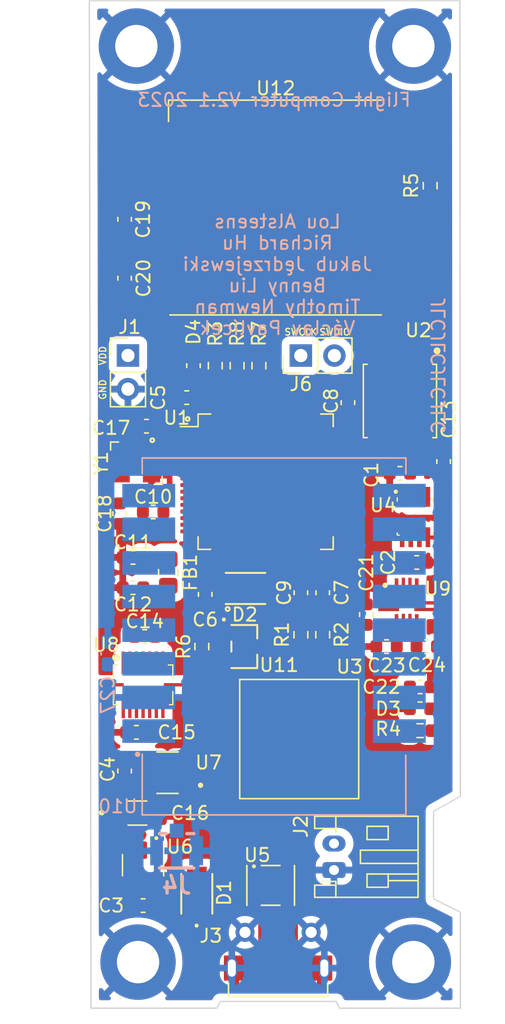
<source format=kicad_pcb>
(kicad_pcb (version 20211014) (generator pcbnew)
  (layers (0 "F.Cu" signal) (1 "In1.Cu" power) (2 "In2.Cu" power) (31 "B.Cu" signal) (34 "B.Paste" user) (35 "F.Paste" user) (36 "B.SilkS" user "B.Silkscreen") (37 "F.SilkS" user "F.Silkscreen") (38 "B.Mask" user) (39 "F.Mask" user) (44 "Edge.Cuts" user))
  (net 0 "")
  (net 10 "/MCU/QUADSPI_CLK")
  (net 11 "/MCU/QUADSPI_IO0")
  (net 12 "/MCU/SPI1_SCK")
  (net 13 "/MCU/SPI1_MISO")
  (net 14 "/MCU/SPI1_MOSI")
  (net 15 "/MCU/Radio_Enable")
  (net 16 "/MCU/SYS_JTCK_SWCLK")
  (net 23 "/MCU/QUADSPI_IO1")
  (net 27 "/MCU/QUADSPI_NCS")
  (net 30 "Net-(D2-Pad2)")
  (net 32 "/MCU/SCL")
  (net 33 "GND")
  (net 34 "+3.3V")
  (net 37 "+3.3VA")
  (net 38 "VBUS")
  (net 42 "/GPS/rx_gps")
  (net 43 "/GPS/tx_gps")
  (net 44 "/MCU/SYS_JTMS_SWDIO")
  (net 45 "/MCU/buzzer_gate")
  (net 46 "/MCU/SDA")
  (net 48 "/MCU/PWR_BVOLTS")
  (net 53 "/MCU/Radio_DIO1")
  (net 54 "/MCU/Radio_DIO0")
  (net 55 "/MCU/Radio_TX")
  (net 56 "/MCU/Radio_RX")
  (net 57 "/MCU/usb_d-")
  (net 58 "/MCU/usb_d+")
  (net 59 "/Power/D-")
  (net 60 "/Power/D+")
  (net 61 "/MCU/Radio_Reset")
  (net 66 "Net-(J4-Pad3)")
  (net 77 "/GPS/reset_gps")
  (net 82 "Net-(U1-Pad5)")
  (net 83 "Net-(U1-Pad6)")
  (net 84 "Net-(D3-Pad2)")
  (net 85 "Net-(D4-Pad2)")
  (net 86 "/MCU/Indicator_LED")
  (net 87 "Net-(U11-Pad2)")
  (net 88 "Net-(U1-Pad30)")
  (net 89 "Net-(D1-Pad1)")
  (net 90 "/Power/Battery+")
  (net 91 "Net-(U9-Pad4)")
  (footprint "MountingHole:MountingHole_3.2mm_M3_ISO7380_Pad_TopBottom" (layer "F.Cu") (at 46.482 90.5)
    (fp_text reference "H4" hide)
    (fp_text value "MountingHole_Pad")
    (pad "1" thru_hole circle locked (at 0 0) (size 3.6 3.6) (drill 3.2) (layers *.Cu *.Mask) (net 33 "GND"))
    (pad "1" connect circle locked (at 0 0) (size 5.7 5.7) (layers "B.Cu" "B.Mask") (net 33 "GND"))
    (pad "1" connect circle locked (at 0 0) (size 5.7 5.7) (layers "F.Cu" "F.Mask") (net 33 "GND"))
  )
  (footprint "Components:C_0603_1608Metric" (layer "F.Cu") (at 39.624 62.611 -90)
    (fp_text reference "C7" (at 0 -1.43 90) (layer "F.SilkS"))
    (fp_text value "100nF")
    (pad "1" smd roundrect (at -0.775 0 270) (size 0.9 0.95) (layers "F.Cu" "F.Paste" "F.Mask") (net 34 "+3.3V"))
    (pad "2" smd roundrect (at 0.775 0 270) (size 0.9 0.95) (layers "F.Cu" "F.Paste" "F.Mask") (net 33 "GND"))
  )
  (footprint "Components:C_0603_1608Metric" (layer "F.Cu") (at 29.845 45.466 -90)
    (fp_text reference "D4" (at -2.54 0 90) (layer "F.SilkS"))
    (fp_text value "LED_0603")
    (pad "1" smd roundrect (at -0.775 0 270) (size 0.9 0.95) (layers "F.Cu" "F.Paste" "F.Mask") (net 33 "GND"))
    (pad "2" smd roundrect (at 0.775 0 270) (size 0.9 0.95) (layers "F.Cu" "F.Paste" "F.Mask") (net 85 "Net-(D4-Pad2)"))
  )
  (footprint "Components:R_0603_1608Metric" (layer "F.Cu") (at 30.48 66.675 -90)
    (fp_text reference "R6" (at 0 1.397 90) (layer "F.SilkS"))
    (fp_text value "R_0603")
    (pad "1" smd roundrect (at -0.825 0 270) (size 0.8 0.95) (layers "F.Cu" "F.Paste" "F.Mask") (net 45 "/MCU/buzzer_gate"))
    (pad "2" smd roundrect (at 0.825 0 270) (size 0.8 0.95) (layers "F.Cu" "F.Paste" "F.Mask") (net 87 "Net-(U11-Pad2)"))
  )
  (footprint "Components:C_0603_1608Metric" (layer "F.Cu") (at 25.527 73.152 180)
    (fp_text reference "C15" (at -3.048 0) (layer "F.SilkS"))
    (fp_text value "100nF")
    (pad "1" smd roundrect (at -0.775 0 180) (size 0.9 0.95) (layers "F.Cu" "F.Paste" "F.Mask") (net 34 "+3.3V"))
    (pad "2" smd roundrect (at 0.775 0 180) (size 0.9 0.95) (layers "F.Cu" "F.Paste" "F.Mask") (net 33 "GND"))
  )
  (footprint "Components:PowerDI123" (layer "F.Cu") (at 33.782 62.288556 180)
    (fp_text reference "D2" (at -1.016 -1.973444) (layer "F.SilkS") (effects (justify right)))
    (fp_text value "DFLS130L" hide)
    (pad "1" smd rect (at 0.849999 0 180) (size 2.4 1.5) (layers "F.Cu" "F.Paste" "F.Mask") (net 34 "+3.3V"))
    (pad "2" smd rect (at -1.525 0 180) (size 1.05 1.5) (layers "F.Cu" "F.Paste" "F.Mask") (net 30 "Net-(D2-Pad2)"))
  )
  (footprint "Connector_PinHeader_2.54mm:PinHeader_1x02_P2.54mm_Vertical" (layer "F.Cu") (at 24.892 44.699)
    (fp_text reference "J1" (at 0.127 -2.154) (layer "F.SilkS"))
    (fp_text value "Conn_01x02_Male")
    (fp_text user "GND" (at -1.905 2.57 90 unlocked) (layer "F.SilkS") (effects (font (size 0.5 0.5) (thickness 0.1))))
    (fp_text user "VDD" (at -1.905 0.005 90 unlocked) (layer "F.SilkS") (effects (font (size 0.5 0.5) (thickness 0.1))))
    (pad "1" thru_hole rect (at 0 0) (size 1.7 1.7) (drill 1) (layers *.Cu *.Mask) (net 34 "+3.3V"))
    (pad "2" thru_hole oval (at 0 2.54) (size 1.7 1.7) (drill 1) (layers *.Cu *.Mask) (net 33 "GND"))
  )
  (footprint "Components:R_0603_1608Metric" (layer "F.Cu") (at 31.496 45.466 90)
    (fp_text reference "R3" (at 2.413 0 90) (layer "F.SilkS"))
    (fp_text value "R_0603")
    (pad "1" smd roundrect (at -0.825 0 90) (size 0.8 0.95) (layers "F.Cu" "F.Paste" "F.Mask") (net 86 "/MCU/Indicator_LED"))
    (pad "2" smd roundrect (at 0.825 0 90) (size 0.8 0.95) (layers "F.Cu" "F.Paste" "F.Mask") (net 85 "Net-(D4-Pad2)"))
  )
  (footprint "Components:C_0603_1608Metric" (layer "F.Cu") (at 46.99 69.723)
    (fp_text reference "C22" (at -2.921 0) (layer "F.SilkS"))
    (fp_text value "4.7uF")
    (pad "1" smd roundrect (at -0.775 0) (size 0.9 0.95) (layers "F.Cu" "F.Paste" "F.Mask") (net 34 "+3.3V"))
    (pad "2" smd roundrect (at 0.775 0) (size 0.9 0.95) (layers "F.Cu" "F.Paste" "F.Mask") (net 33 "GND"))
  )
  (footprint "Components:C_0603_1608Metric" (layer "F.Cu") (at 24.638 76.073 90)
    (fp_text reference "C4" (at 0.127 -1.27 90) (layer "F.SilkS"))
    (fp_text value "1uF")
    (pad "1" smd roundrect (at -0.775 0 90) (size 0.9 0.95) (layers "F.Cu" "F.Paste" "F.Mask") (net 34 "+3.3V"))
    (pad "2" smd roundrect (at 0.775 0 90) (size 0.9 0.95) (layers "F.Cu" "F.Paste" "F.Mask") (net 33 "GND"))
  )
  (footprint "Components:C_0603_1608Metric" (layer "F.Cu") (at 37.973 62.611 -90)
    (fp_text reference "C9" (at 0 1.27 90) (layer "F.SilkS"))
    (fp_text value "4.7uF")
    (pad "1" smd roundrect (at -0.775 0 270) (size 0.9 0.95) (layers "F.Cu" "F.Paste" "F.Mask") (net 88 "Net-(U1-Pad30)"))
    (pad "2" smd roundrect (at 0.775 0 270) (size 0.9 0.95) (layers "F.Cu" "F.Paste" "F.Mask") (net 33 "GND"))
  )
  (footprint "Components:JST_PH_S2B-PH-K_1x02_P2.00mm_Horizontal" (layer "F.Cu") (at 40.476 83.55 90)
    (fp_text reference "J2" (at 3.286 -2.503 90) (layer "F.SilkS"))
    (fp_text value "Conn_01x02")
    (pad "1" thru_hole roundrect (at 0 0 90) (size 1.2 1.75) (drill 0.75) (layers *.Cu *.Mask) (roundrect_rratio 0.2083333333) (net 33 "GND"))
    (pad "2" thru_hole oval (at 2 0 90) (size 1.2 1.75) (drill 0.75) (layers *.Cu *.Mask) (net 90 "/Power/Battery+"))
  )
  (footprint "Resistor_SMD:R_0805_2012Metric_Pad1.20x1.40mm_HandSolder" (layer "F.Cu") (at 27.94 61.087 -90)
    (fp_text reference "FB1" (at 0 -1.651 -90) (layer "F.SilkS"))
    (fp_text value "120R@100MHz")
    (pad "1" smd roundrect (at -1 0 270) (size 1.2 1.4) (layers "F.Cu" "F.Paste" "F.Mask") (roundrect_rratio 0.208333) (net 37 "+3.3VA"))
    (pad "2" smd roundrect (at 1 0 270) (size 1.2 1.4) (layers "F.Cu" "F.Paste" "F.Mask") (roundrect_rratio 0.208333) (net 34 "+3.3V"))
  )
  (footprint "Components:C_0603_1608Metric" (layer "F.Cu") (at 26.162 65.913)
    (fp_text reference "C14" (at 0 -1.143) (layer "F.SilkS"))
    (fp_text value "100nF")
    (pad "1" smd roundrect (at -0.775 0) (size 0.9 0.95) (layers "F.Cu" "F.Paste" "F.Mask") (net 37 "+3.3VA"))
    (pad "2" smd roundrect (at 0.775 0) (size 0.9 0.95) (layers "F.Cu" "F.Paste" "F.Mask") (net 33 "GND"))
  )
  (footprint "Components:C_0603_1608Metric" (layer "F.Cu") (at 25.273 59.944 180)
    (fp_text reference "C11" (at 0 1.143) (layer "F.SilkS"))
    (fp_text value "1uF")
    (pad "1" smd roundrect (at -0.775 0 180) (size 0.9 0.95) (layers "F.Cu" "F.Paste" "F.Mask") (net 37 "+3.3VA"))
    (pad "2" smd roundrect (at 0.775 0 180) (size 0.9 0.95) (layers "F.Cu" "F.Paste" "F.Mask") (net 33 "GND"))
  )
  (footprint "Components:MOLEX_105017-0001" (layer "F.Cu") (at 36.247 90.951)
    (fp_text reference "J3" (at -5.08 -2.435893 180) (layer "F.SilkS"))
    (fp_text value "105017-0001")
    (pad "1" smd rect (at -1.3 -2.675) (size 0.4 1.35) (layers "F.Cu" "F.Paste" "F.Mask") (net 38 "VBUS"))
    (pad "2" smd rect (at -0.65 -2.675) (size 0.4 1.35) (layers "F.Cu" "F.Paste" "F.Mask") (net 59 "/Power/D-"))
    (pad "3" smd rect (at 0 -2.675) (size 0.4 1.35) (layers "F.Cu" "F.Paste" "F.Mask") (net 60 "/Power/D+"))
    (pad "4" smd rect (at 0.65 -2.675) (size 0.4 1.35) (layers "F.Cu" "F.Paste" "F.Mask"))
    (pad "5" smd rect (at 1.3 -2.675) (size 0.4 1.35) (layers "F.Cu" "F.Paste" "F.Mask") (net 33 "GND"))
    (pad "P$1" thru_hole circle (at -2.5 -2.7) (size 1.45 1.45) (drill 0.85) (layers *.Cu *.Mask) (net 33 "GND"))
    (pad "P$2" thru_hole circle (at 2.5 -2.7) (size 1.45 1.45) (drill 0.85) (layers *.Cu *.Mask) (net 33 "GND"))
    (pad "P$8" smd rect (at -1 0) (size 1.5 1.9) (layers "F.Cu" "F.Paste" "F.Mask") (net 33 "GND"))
    (pad "P$9" smd rect (at 1 0) (size 1.5 1.9) (layers "F.Cu" "F.Paste" "F.Mask") (net 33 "GND"))
    (pad "P$10" smd rect (at -3.2 0) (size 1.8 1.9) (layers "F.Cu" "F.Paste" "F.Mask") (net 33 "GND"))
    (pad "P$11" smd rect (at 3.2 0) (size 1.8 1.9) (layers "F.Cu" "F.Paste" "F.Mask") (net 33 "GND"))
    (pad "P$12" thru_hole oval (at -3.5 0) (size 0.8 1.6) (drill oval 0.6 1.3) (layers *.Cu *.Mask) (net 33 "GND"))
    (pad "P$13" thru_hole oval (at 3.5 0) (size 0.8 1.6) (drill oval 0.6 1.3) (layers *.Cu *.Mask) (net 33 "GND"))
  )
  (footprint "Components:C_0603_1608Metric" (layer "F.Cu") (at 48.768 52.705 -90)
    (fp_text reference "C13" (at -3.175 -0.381 90) (layer "F.SilkS"))
    (fp_text value "100nF")
    (pad "1" smd roundrect (at -0.775 0 270) (size 0.9 0.95) (layers "F.Cu" "F.Paste" "F.Mask") (net 34 "+3.3V"))
    (pad "2" smd roundrect (at 0.775 0 270) (size 0.9 0.95) (layers "F.Cu" "F.Paste" "F.Mask") (net 33 "GND"))
  )
  (footprint "Components:C_0603_1608Metric" (layer "F.Cu") (at 30.734 62.738 -90)
    (fp_text reference "C6" (at 1.905 0 180) (layer "F.SilkS"))
    (fp_text value "100nF")
    (pad "1" smd roundrect (at -0.775 0 270) (size 0.9 0.95) (layers "F.Cu" "F.Paste" "F.Mask") (net 34 "+3.3V"))
    (pad "2" smd roundrect (at 0.775 0 270) (size 0.9 0.95) (layers "F.Cu" "F.Paste" "F.Mask") (net 33 "GND"))
  )
  (footprint "Components:C_0603_1608Metric" (layer "F.Cu") (at 24.257 56.642 -90)
    (fp_text reference "C18" (at 0 1.143 90) (layer "F.SilkS"))
    (fp_text value "15pF")
    (pad "1" smd roundrect (at -0.775 0 270) (size 0.9 0.95) (layers "F.Cu" "F.Paste" "F.Mask") (net 83 "Net-(U1-Pad6)"))
    (pad "2" smd roundrect (at 0.775 0 270) (size 0.9 0.95) (layers "F.Cu" "F.Paste" "F.Mask") (net 33 "GND"))
  )
  (footprint "Components:R_0603_1608Metric" (layer "F.Cu") (at 37.973 65.786 90)
    (fp_text reference "R1" (at 0 -1.43 90) (layer "F.SilkS"))
    (fp_text value "100k")
    (pad "1" smd roundrect (at -0.825 0 90) (size 0.8 0.95) (layers "F.Cu" "F.Paste" "F.Mask") (net 90 "/Power/Battery+"))
    (pad "2" smd roundrect (at 0.825 0 90) (size 0.8 0.95) (layers "F.Cu" "F.Paste" "F.Mask") (net 48 "/MCU/PWR_BVOLTS"))
  )
  (footprint "MountingHole:MountingHole_3.2mm_M3_ISO7380_Pad_TopBottom" (layer "F.Cu") (at 46.482 21.336)
    (fp_text reference "H2" hide)
    (fp_text value "MountingHole_Pad")
    (pad "1" connect circle (at 0 0) (size 5.7 5.7) (layers "B.Cu" "B.Mask") (net 33 "GND"))
    (pad "1" connect circle (at 0 0) (size 5.7 5.7) (layers "F.Cu" "F.Mask") (net 33 "GND"))
    (pad "1" thru_hole circle (at 0 0) (size 3.6 3.6) (drill 3.2) (layers *.Cu *.Mask) (net 33 "GND"))
  )
  (footprint "Components:BMI088" (layer "F.Cu") (at 26.035 69.5635)
    (fp_text reference "U8" (at -2.794 -3.0155 180) (layer "F.SilkS"))
    (fp_text value "BMI088" hide)
    (pad "1" smd rect (at -1.5 -1.665) (size 0.25 1.7) (layers "F.Cu" "F.Paste" "F.Mask"))
    (pad "2" smd rect (at -1 -1.665) (size 0.25 1.7) (layers "F.Cu" "F.Paste" "F.Mask"))
    (pad "3" smd rect (at -0.5 -1.665) (size 0.25 1.7) (layers "F.Cu" "F.Paste" "F.Mask") (net 37 "+3.3VA"))
    (pad "4" smd rect (at 0 -1.665) (size 0.25 1.7) (layers "F.Cu" "F.Paste" "F.Mask") (net 33 "GND"))
    (pad "5" smd rect (at 0.5 -1.665) (size 0.25 1.7) (layers "F.Cu" "F.Paste" "F.Mask"))
    (pad "6" smd rect (at 1 -1.665) (size 0.25 1.7) (layers "F.Cu" "F.Paste" "F.Mask") (net 33 "GND"))
    (pad "7" smd rect (at 1.5 -1.665) (size 0.25 1.7) (layers "F.Cu" "F.Paste" "F.Mask") (net 34 "+3.3V"))
    (pad "8" smd rect (at 2.415 0 90) (size 0.25 1.7) (layers "F.Cu" "F.Paste" "F.Mask") (net 32 "/MCU/SCL"))
    (pad "9" smd rect (at 1.5 1.665) (size 0.25 1.7) (layers "F.Cu" "F.Paste" "F.Mask") (net 46 "/MCU/SDA"))
    (pad "10" smd rect (at 1 1.665) (size 0.25 1.7) (layers "F.Cu" "F.Paste" "F.Mask") (net 33 "GND"))
    (pad "11" smd rect (at 0.5 1.665) (size 0.25 1.7) (layers "F.Cu" "F.Paste" "F.Mask") (net 34 "+3.3V"))
    (pad "12" smd rect (at 0 1.665) (size 0.25 1.7) (layers "F.Cu" "F.Paste" "F.Mask"))
    (pad "13" smd rect (at -0.5 1.665) (size 0.25 1.7) (layers "F.Cu" "F.Paste" "F.Mask"))
    (pad "14" smd rect (at -1 1.665) (size 0.25 1.7) (layers "F.Cu" "F.Paste" "F.Mask"))
    (pad "15" smd rect (at -1.5 1.665) (size 0.25 1.7) (layers "F.Cu" "F.Paste" "F.Mask") (net 33 "GND"))
    (pad "16" smd rect (at -2.315 0 90) (size 0.25 1.7) (layers "F.Cu" "F.Paste" "F.Mask"))
  )
  (footprint "Connector_PinHeader_2.54mm:PinHeader_1x02_P2.54mm_Vertical" (layer "F.Cu") (at 37.968 44.704 90)
    (fp_text reference "J6" (at -2.159 0.005 180) (layer "F.SilkS"))
    (fp_text value "Conn_01x02_Male")
    (fp_text user "SWCLK" (at 1.778 0 unlocked) (layer "F.SilkS") (effects (font (size 0.5 0.5) (thickness 0.1))))
    (fp_text user "SWDIO" (at 1.778 2.57 unlocked) (layer "F.SilkS") (effects (font (size 0.5 0.5) (thickness 0.1))))
    (pad "1" thru_hole rect (at 0 0 90) (size 1.7 1.7) (drill 1) (layers *.Cu *.Mask) (net 16 "/MCU/SYS_JTCK_SWCLK"))
    (pad "2" thru_hole oval (at 0 2.54 90) (size 1.7 1.7) (drill 1) (layers *.Cu *.Mask) (net 44 "/MCU/SYS_JTMS_SWDIO"))
  )
  (footprint "Components:XDCR_LIS3MDLTR" (layer "F.Cu") (at 45.974 63.627)
    (fp_text reference "U9" (at 2.36533 -1.320503) (layer "F.SilkS"))
    (fp_text value "LIS3MDLTR")
    (pad "1" smd rect (at -0.7625 -1.35) (size 0.275 1.5) (layers "F.Cu" "F.Paste") (net 32 "/MCU/SCL"))
    (pad "2" smd rect (at -1.3625 -0.25) (size 1.575 0.25) (layers "F.Cu" "F.Paste") (net 33 "GND"))
    (pad "3" smd rect (at -1.3625 0.25) (size 1.575 0.25) (layers "F.Cu" "F.Paste") (net 33 "GND"))
    (pad "4" smd rect (at -0.7625 1.35) (size 0.275 1.5) (layers "F.Cu" "F.Paste") (net 91 "Net-(U9-Pad4)"))
    (pad "5" smd rect (at -0.25 1.3625 90) (size 1.575 0.25) (layers "F.Cu" "F.Paste") (net 37 "+3.3VA"))
    (pad "6" smd rect (at 0.25 1.3625 90) (size 1.575 0.25) (layers "F.Cu" "F.Paste") (net 34 "+3.3V"))
    (pad "7" smd rect (at 0.7625 1.35 180) (size 0.275 1.5) (layers "F.Cu" "F.Paste"))
    (pad "8" smd rect (at 1.3625 0.25 180) (size 1.575 0.25) (layers "F.Cu" "F.Paste"))
    (pad "9" smd rect (at 1.3625 -0.25 180) (size 1.575 0.25) (layers "F.Cu" "F.Paste") (net 33 "GND"))
    (pad "10" smd rect (at 0.7625 -1.35 180) (size 0.275 1.5) (layers "F.Cu" "F.Paste") (net 34 "+3.3V"))
    (pad "11" smd rect (at 0.25 -1.3625 270) (size 1.575 0.25) (layers "F.Cu" "F.Paste") (net 46 "/MCU/SDA"))
    (pad "12" smd rect (at -0.25 -1.3625 270) (size 1.575 0.25) (layers "F.Cu" "F.Paste") (net 33 "GND"))
  )
  (footprint "Components:R_0603_1608Metric" (layer "F.Cu") (at 34.798 45.466 90)
    (fp_text reference "R7" (at 2.413 0 90) (layer "F.SilkS"))
    (fp_text value "R_0603")
    (pad "1" smd roundrect (at -0.825 0 90) (size 0.8 0.95) (layers "F.Cu" "F.Paste" "F.Mask") (net 46 "/MCU/SDA"))
    (pad "2" smd roundrect (at 0.825 0 90) (size 0.8 0.95) (layers "F.Cu" "F.Paste" "F.Mask") (net 34 "+3.3V"))
  )
  (footprint "Components:2SCR512RHZG" (layer "F.Cu") (at 33.6931 66.675 -90)
    (fp_text reference "U11" (at 1.397 -2.6289 unlocked) (layer "F.SilkS"))
    (fp_text value "2SCR512R_HZG")
    (pad "1" smd rect (at -1.000001 1.1938 270) (size 0.568 1.309599) (layers "F.Cu" "F.Paste" "F.Mask") (net 33 "GND"))
    (pad "2" smd rect (at 1.000001 1.1938 270) (size 0.568 1.309599) (layers "F.Cu" "F.Paste" "F.Mask") (net 87 "Net-(U11-Pad2)"))
    (pad "3" smd rect (at 0 -1.1938 270) (size 0.568 1.309599) (layers "F.Cu" "F.Paste" "F.Mask") (net 30 "Net-(D2-Pad2)"))
  )
  (footprint "Components:SOT95P280X145-5N" (layer "F.Cu") (at 27.884 76.2 180)
    (fp_text reference "U7" (at -3.104 0.762) (layer "F.SilkS"))
    (fp_text value "NCP161ASN330T1G")
    (pad "1" smd roundrect (at -1.145 -0.95 180) (size 1.32 0.59) (layers "F.Cu" "F.Paste" "F.Mask") (roundrect_rratio 0.07) (net 89 "Net-(D1-Pad1)"))
    (pad "2" smd roundrect (at -1.145 0 180) (size 1.32 0.59) (layers "F.Cu" "F.Paste" "F.Mask") (roundrect_rratio 0.07) (net 33 "GND"))
    (pad "3" smd roundrect (at -1.145 0.95 180) (size 1.32 0.59) (layers "F.Cu" "F.Paste" "F.Mask") (roundrect_rratio 0.07) (net 89 "Net-(D1-Pad1)"))
    (pad "4" smd roundrect (at 1.145 0.95 180) (size 1.32 0.59) (layers "F.Cu" "F.Paste" "F.Mask") (roundrect_rratio 0.07))
    (pad "5" smd roundrect (at 1.145 -0.95 180) (size 1.32 0.59) (layers "F.Cu" "F.Paste" "F.Mask") (roundrect_rratio 0.07) (net 34 "+3.3V"))
  )
  (footprint "Components:Quectel_L80-R" (layer "F.Cu") (at 36.068 33.528)
    (fp_text reference "U12" (at 0 -9 -180) (layer "F.SilkS"))
    (fp_text value "L80-R")
    (pad "1" smd rect (at -7.75 -5.85 180) (size 2.5 1) (layers "F.Cu" "F.Paste" "F.Mask") (net 42 "/GPS/rx_gps"))
    (pad "2" smd rect (at -7.75 -3.31 180) (size 2.5 1) (layers "F.Cu" "F.Paste" "F.Mask") (net 43 "/GPS/tx_gps"))
    (pad "3" smd rect (at -7.75 -0.77 180) (size 2.5 1) (layers "F.Cu" "F.Paste" "F.Mask") (net 33 "GND"))
    (pad "4" smd rect (at -7.75 1.77 180) (size 2.5 1) (layers "F.Cu" "F.Paste" "F.Mask") (net 34 "+3.3V"))
    (pad "5" smd rect (at -7.75 4.31 180) (size 2.5 1) (layers "F.Cu" "F.Paste" "F.Mask") (net 34 "+3.3V"))
    (pad "6" smd rect (at -7.75 6.85 180) (size 2.5 1) (layers "F.Cu" "F.Paste" "F.Mask"))
    (pad "7" smd rect (at 7.75 6.85 180) (size 2.5 1) (layers "F.Cu" "F.Paste" "F.Mask") (net 33 "GND"))
    (pad "8" smd rect (at 7.75 4.31 180) (size 2.5 1) (layers "F.Cu" "F.Paste" "F.Mask"))
    (pad "9" smd rect (at 7.75 1.77 180) (size 2.5 1) (layers "F.Cu" "F.Paste" "F.Mask"))
    (pad "10" smd rect (at 7.75 -0.77 180) (size 2.5 1) (layers "F.Cu" "F.Paste" "F.Mask") (net 77 "/GPS/reset_gps"))
    (pad "11" smd rect (at 7.75 -3.31 180) (size 2.5 1) (layers "F.Cu" "F.Paste" "F.Mask"))
    (pad "12" smd rect (at 7.75 -5.85 180) (size 2.5 1) (layers "F.Cu" "F.Paste" "F.Mask") (net 33 "GND"))
    (zone (net 0) (net_name "") (layer "F.Cu") (connect_pads (clearance 0)) (min_thickness 0.254)
      (keepout (tracks not_allowed) (vias not_allowed) (pads not_allowed) (copperpour not_allowed) (footprints not_allowed))
      (fill (thermal_gap 0.508) (thermal_bridge_width 0.508))
      (polygon (pts (xy 36.722775 32.898) (xy 36.703712 32.680111) (xy 36.647103 32.468842) (xy 36.554667 32.270613) (xy 36.429213 32.091446) (xy 36.274554 31.936787) (xy 36.095388 31.811333) (xy 35.897158 31.718897) (xy 35.685889 31.662288) (xy 35.468 31.643225) (xy 35.250111 31.662288) (xy 35.038842 31.718897) (xy 34.840613 31.811333) (xy 34.661446 31.936787) (xy 34.506787 32.091446) (xy 34.381333 32.270613) (xy 34.288897 32.468842) (xy 34.232288 32.680111) (xy 34.213225 32.898) (xy 34.232288 33.115889) (xy 34.288897 33.327158) (xy 34.381333 33.525387) (xy 34.506787 33.704554) (xy 34.661446 33.859213) (xy 34.840612 33.984667) (xy 35.038842 34.077103) (xy 35.250111 34.133712) (xy 35.468 34.152775) (xy 35.685889 34.133712) (xy 35.897158 34.077103) (xy 36.095388 33.984667) (xy 36.274554 33.859213) (xy 36.429213 33.704554) (xy 36.554667 33.525387) (xy 36.647103 33.327158) (xy 36.703712 33.115889)))
    )
  )
  (footprint "Components:C_0603_1608Metric" (layer "F.Cu") (at 45.466 53.594 180)
    (fp_text reference "C1" (at 2.159 -0.127 90) (layer "F.SilkS"))
    (fp_text value "100nF")
    (pad "1" smd roundrect (at -0.775 0 180) (size 0.9 0.95) (layers "F.Cu" "F.Paste" "F.Mask") (net 34 "+3.3V"))
    (pad "2" smd roundrect (at 0.775 0 180) (size 0.9 0.95) (layers "F.Cu" "F.Paste" "F.Mask") (net 33 "GND"))
  )
  (footprint "Components:ECS-80-8-33Q-ADS-TR3 Crystal" (layer "F.Cu") (at 25.527 52.832 180)
    (fp_text reference "Y1" (at 2.667 0 90 unlocked) (layer "F.SilkS"))
    (fp_text value "ECS-80-8-33Q-ADS-TR3")
    (pad "1" smd rect (at -1.15 0.9 180) (size 1.3 1.1) (layers "F.Cu" "F.Paste" "F.Mask") (net 82 "Net-(U1-Pad5)"))
    (pad "2" smd rect (at 1.15 0.9 180) (size 1.3 1.1) (layers "F.Cu" "F.Paste" "F.Mask") (net 33 "GND"))
    (pad "3" smd rect (at 1.15 -0.9 180) (size 1.3 1.1) (layers "F.Cu" "F.Paste" "F.Mask") (net 83 "Net-(U1-Pad6)"))
    (pad "4" smd rect (at -1.15 -0.9 180) (size 1.3 1.1) (layers "F.Cu" "F.Paste" "F.Mask") (net 33 "GND"))
  )
  (footprint "Components:C_0603_1608Metric" (layer "F.Cu") (at 46.736 60.325)
    (fp_text reference "C2" (at -2.159 0 90) (layer "F.SilkS"))
    (fp_text value "100nF")
    (pad "1" smd roundrect (at -0.775 0) (size 0.9 0.95) (layers "F.Cu" "F.Paste" "F.Mask") (net 37 "+3.3VA"))
    (pad "2" smd roundrect (at 0.775 0) (size 0.9 0.95) (layers "F.Cu" "F.Paste" "F.Mask") (net 33 "GND"))
  )
  (footprint "Components:SDR08540M3-01 Buzzer" (layer "F.Cu") (at 37.846 73.66)
    (fp_text reference "U3" (at 3.81 -5.461 unlocked) (layer "F.SilkS"))
    (fp_text value "SDR08540M3-01")
    (pad "1" smd custom (at 3.19 -3.19 315) (size 0.1 0.1) (layers "F.Cu" "F.Paste" "F.Mask") (net 34 "+3.3V") (options (clearance outline) (anchor rect)) (primitives (gr_poly (pts (xy -1.26 1.18) (xy 1.26 1.18) (xy 1.26 0) (xy 0 -1.26) (xy -1.26 0)) (width 0.2) (fill yes))))
    (pad "2" smd custom (at -3.19 -3.19 45) (size 0.1 0.1) (layers "F.Cu" "F.Paste" "F.Mask") (net 30 "Net-(D2-Pad2)") (options (clearance outline) (anchor rect)) (primitives (gr_poly (pts (xy -1.26 1.18) (xy 1.26 1.18) (xy 1.26 0) (xy 0 -1.26) (xy -1.26 0)) (width 0.2) (fill yes))))
    (pad "3" smd custom (at -3.19 3.19 135) (size 0.1 0.1) (layers "F.Cu" "F.Paste" "F.Mask") (net 30 "Net-(D2-Pad2)") (options (clearance outline) (anchor rect)) (primitives (gr_poly (pts (xy -1.26 1.18) (xy 1.26 1.18) (xy 1.26 0) (xy 0 -1.26) (xy -1.26 0)) (width 0.2) (fill yes))))
    (pad "4" smd custom (at 3.19 3.19 225) (size 0.1 0.1) (layers "F.Cu" "F.Paste" "F.Mask") (net 30 "Net-(D2-Pad2)") (options (clearance outline) (anchor rect)) (primitives (gr_poly (pts (xy -1.26 1.18) (xy 1.26 1.18) (xy 1.26 0) (xy 0 -1.26) (xy -1.26 0)) (width 0.2) (fill yes))))
  )
  (footprint "Components:STF202-22T1G" (layer "F.Cu") (at 35.687 84.709 -90)
    (fp_text reference "U5" (at -2.286 1.016 180) (layer "F.SilkS"))
    (fp_text value "STF202-22T1G" hide)
    (pad "1" smd rect (at -0.95 1.125) (size 0.95 0.6) (layers "F.Cu" "F.Paste" "F.Mask") (net 38 "VBUS"))
    (pad "2" smd rect (at 0 1.125) (size 0.95 0.6) (layers "F.Cu" "F.Paste" "F.Mask") (net 57 "/MCU/usb_d-"))
    (pad "3" smd rect (at 0.95 1.125) (size 0.95 0.6) (layers "F.Cu" "F.Paste" "F.Mask") (net 58 "/MCU/usb_d+"))
    (pad "4" smd rect (at 0.95 -1.125) (size 0.95 0.6) (layers "F.Cu" "F.Paste" "F.Mask") (net 60 "/Power/D+"))
    (pad "5" smd rect (at 0 -1.125) (size 0.95 0.6) (layers "F.Cu" "F.Paste" "F.Mask") (net 59 "/Power/D-"))
    (pad "6" smd rect (at -0.95 -1.125) (size 0.95 0.6) (layers "F.Cu" "F.Paste" "F.Mask") (net 33 "GND"))
  )
  (footprint "Components:C_0603_1608Metric" (layer "F.Cu") (at 46.99 71.374)
    (fp_text reference "D3" (at -2.413 0) (layer "F.SilkS"))
    (fp_text value "LED_0603")
    (pad "1" smd roundrect (at -0.775 0) (size 0.9 0.95) (layers "F.Cu" "F.Paste" "F.Mask") (net 33 "GND"))
    (pad "2" smd roundrect (at 0.775 0) (size 0.9 0.95) (layers "F.Cu" "F.Paste" "F.Mask") (net 84 "Net-(D3-Pad2)"))
  )
  (footprint "Components:C_0603_1608Metric" (layer "F.Cu") (at 47.498 66.675)
    (fp_text reference "C24" (at 0 1.397) (layer "F.SilkS"))
    (fp_text value "100nF")
    (pad "1" smd roundrect (at -0.775 0) (size 0.9 0.95) (layers "F.Cu" "F.Paste" "F.Mask") (net 34 "+3.3V"))
    (pad "2" smd roundrect (at 0.775 0) (size 0.9 0.95) (layers "F.Cu" "F.Paste" "F.Mask") (net 33 "GND"))
  )
  (footprint "Components:R_0603_1608Metric" (layer "F.Cu") (at 46.99 73.025)
    (fp_text reference "R4" (at -2.413 -0.127) (layer "F.SilkS"))
    (fp_text value "R_0603")
    (pad "1" smd roundrect (at -0.825 0) (size 0.8 0.95) (layers "F.Cu" "F.Paste" "F.Mask") (net 84 "Net-(D3-Pad2)"))
    (pad "2" smd roundrect (at 0.825 0) (size 0.8 0.95) (layers "F.Cu" "F.Paste" "F.Mask") (net 34 "+3.3V"))
  )
  (footprint "Components:C_0603_1608Metric" (layer "F.Cu") (at 42.926 64.262 90)
    (fp_text reference "C21" (at 3.175 0 90) (layer "F.SilkS"))
    (fp_text value "100nF")
    (pad "1" smd roundrect (at -0.775 0 90) (size 0.9 0.95) (layers "F.Cu" "F.Paste" "F.Mask") (net 91 "Net-(U9-Pad4)"))
    (pad "2" smd roundrect (at 0.775 0 90) (size 0.9 0.95) (layers "F.Cu" "F.Paste" "F.Mask") (net 33 "GND"))
  )
  (footprint "Components:C_0603_1608Metric" (layer "F.Cu") (at 25.273 62.23 180)
    (fp_text reference "C12" (at 0 -1.27) (layer "F.SilkS"))
    (fp_text value "1uF")
    (pad "1" smd roundrect (at -0.775 0 180) (size 0.9 0.95) (layers "F.Cu" "F.Paste" "F.Mask") (net 34 "+3.3V"))
    (pad "2" smd roundrect (at 0.775 0 180) (size 0.9 0.95) (layers "F.Cu" "F.Paste" "F.Mask") (net 33 "GND"))
  )
  (footprint "Components:C_0603_1608Metric" (layer "F.Cu") (at 44.45 66.675 180)
    (fp_text reference "C23" (at 0 -1.43) (layer "F.SilkS"))
    (fp_text value "100nF")
    (pad "1" smd roundrect (at -0.775 0 180) (size 0.9 0.95) (layers "F.Cu" "F.Paste" "F.Mask") (net 37 "+3.3VA"))
    (pad "2" smd roundrect (at 0.775 0 180) (size 0.9 0.95) (layers "F.Cu" "F.Paste" "F.Mask") (net 33 "GND"))
  )
  (footprint "Components:C_0603_1608Metric" (layer "F.Cu") (at 24.638 34.417 90)
    (fp_text reference "C19" (at 0 1.397 90) (layer "F.SilkS"))
    (fp_text value "100nF")
    (pad "1" smd roundrect (at -0.775 0 90) (size 0.9 0.95) (layers "F.Cu" "F.Paste" "F.Mask") (net 34 "+3.3V"))
    (pad "2" smd roundrect (at 0.775 0 90) (size 0.9 0.95) (layers "F.Cu" "F.Paste" "F.Mask") (net 33 "GND"))
  )
  (footprint "Components:C_0603_1608Metric" (layer "F.Cu") (at 26.797 56.515 180)
    (fp_text reference "C10" (at 0 1.143) (layer "F.SilkS"))
    (fp_text value "100nF")
    (pad "1" smd roundrect (at -0.775 0 180) (size 0.9 0.95) (layers "F.Cu" "F.Paste" "F.Mask") (net 37 "+3.3VA"))
    (pad "2" smd roundrect (at 0.775 0 180) (size 0.9 0.95) (layers "F.Cu" "F.Paste" "F.Mask") (net 33 "GND"))
  )
  (footprint "Components:PowerDI123" (layer "F.Cu") (at 30.099 85.344 -90)
    (fp_text reference "D1" (at -1.143 -2.065 90) (layer "F.SilkS") (effects (justify right)))
    (fp_text value "DFLS130L" hide)
    (pad "1" smd rect (at 0.849999 0 270) (size 2.4 1.5) (layers "F.Cu" "F.Paste" "F.Mask") (net 89 "Net-(D1-Pad1)"))
    (pad "2" smd rect (at -1.525 0 270) (size 1.05 1.5) (layers "F.Cu" "F.Paste" "F.Mask") (net 38 "VBUS"))
  )
  (footprint "MountingHole:MountingHole_3.2mm_M3_ISO7380_Pad_TopBottom" (layer "F.Cu") (at 25.527 21.336)
    (fp_text reference "H3" hide)
    (fp_text value "MountingHole_Pad")
    (pad "1" connect circle (at 0 0) (size 5.7 5.7) (layers "F.Cu" "F.Mask") (net 33 "GND"))
    (pad "1" thru_hole circle (at 0 0) (size 3.6 3.6) (drill 3.2) (layers *.Cu *.Mask) (net 33 "GND"))
    (pad "1" connect circle (at 0 0) (size 5.7 5.7) (layers "B.Cu" "B.Mask") (net 33 "GND"))
  )
  (footprint "Package_LGA:Bosch_LGA-8_2.5x2.5mm_P0.65mm_ClockwisePinNumbering" (layer "F.Cu") (at 46.609 56.896)
    (fp_text reference "U4" (at -2.413 -0.889 180) (layer "F.SilkS"))
    (fp_text value "BME280")
    (pad "1" smd rect (at -0.975 -1.525 90) (size 1.5 0.35) (layers "F.Cu" "F.Paste" "F.Mask") (net 33 "GND"))
    (pad "2" smd rect (at -0.325 -1.525 90) (size 1.5 0.35) (layers "F.Cu" "F.Paste" "F.Mask") (net 34 "+3.3V"))
    (pad "3" smd rect (at 0.325 -1.525 90) (size 1.5 0.35) (layers "F.Cu" "F.Paste" "F.Mask") (net 46 "/MCU/SDA"))
    (pad "4" smd rect (at 0.975 -1.525 90) (size 1.5 0.35) (layers "F.Cu" "F.Paste" "F.Mask") (net 32 "/MCU/SCL"))
    (pad "5" smd rect (at 0.975 1.525 90) (size 1.5 0.35) (layers "F.Cu" "F.Paste" "F.Mask") (net 33 "GND"))
    (pad "6" smd rect (at 0.325 1.525 90) (size 1.5 0.35) (layers "F.Cu" "F.Paste" "F.Mask"))
    (pad "7" smd rect (at -0.325 1.525 90) (size 1.5 0.35) (layers "F.Cu" "F.Paste" "F.Mask") (net 33 "GND"))
    (pad "8" smd rect (at -0.975 1.525 90) (size 1.5 0.35) (layers "F.Cu" "F.Paste" "F.Mask") (net 37 "+3.3VA"))
  )
  (footprint "Capacitor_SMD:C_1206_3216Metric_Pad1.33x1.80mm_HandSolder" (layer "F.Cu") (at 25.60643 79.248)
    (fp_text reference "C16" (at 3.98457 0) (layer "F.SilkS"))
    (fp_text value "4.7uF")
    (pad "1" smd roundrect (at -1.5625 0) (size 1.325 1.8) (layers "F.Cu" "F.Paste" "F.Mask") (roundrect_rratio 0.188679) (net 34 "+3.3V"))
    (pad "2" smd roundrect (at 1.5625 0) (size 1.325 1.8) (layers "F.Cu" "F.Paste" "F.Mask") (roundrect_rratio 0.188679) (net 33 "GND"))
  )
  (footprint "Components:C_0603_1608Metric" (layer "F.Cu") (at 24.638 38.862 -90)
    (fp_text reference "C20" (at 0 -1.43 90) (layer "F.SilkS"))
    (fp_text value "100nF")
    (pad "1" smd roundrect (at -0.775 0 270) (size 0.9 0.95) (layers "F.Cu" "F.Paste" "F.Mask") (net 34 "+3.3V"))
    (pad "2" smd roundrect (at 0.775 0 270) (size 0.9 0.95) (layers "F.Cu" "F.Paste" "F.Mask") (net 33 "GND"))
  )
  (footprint "Components:C_0603_1608Metric" (layer "F.Cu") (at 41.529 48.26 90)
    (fp_text reference "C8" (at 0.127 -1.27 90) (layer "F.SilkS"))
    (fp_text value "100nF")
    (pad "1" smd roundrect (at -0.775 0 90) (size 0.9 0.95) (layers "F.Cu" "F.Paste" "F.Mask") (net 34 "+3.3V"))
    (pad "2" smd roundrect (at 0.775 0 90) (size 0.9 0.95) (layers "F.Cu" "F.Paste" "F.Mask") (net 33 "GND"))
  )
  (footprint "MountingHole:MountingHole_3.2mm_M3_ISO7380_Pad_TopBottom" (layer "F.Cu") (at 25.654 90.5)
    (fp_text reference "H1" hide)
    (fp_text value "MountingHole_Pad")
    (pad "1" thru_hole circle (at 0 0) (size 3.6 3.6) (drill 3.2) (layers *.Cu *.Mask) (net 33 "GND"))
    (pad "1" connect circle (at 0 0) (size 5.7 5.7) (layers "F.Cu" "F.Mask") (net 33 "GND"))
    (pad "1" connect circle (at 0 0) (size 5.7 5.7) (layers "B.Cu" "B.Mask") (net 33 "GND"))
  )
  (footprint "Components:R_0603_1608Metric" (layer "F.Cu") (at 47.752 31.877 90)
    (fp_text reference "R5" (at 0 -1.43 90) (layer "F.SilkS"))
    (fp_text value "4.7k")
    (pad "1" smd roundrect (at -0.825 0 90) (size 0.8 0.95) (layers "F.Cu" "F.Paste" "F.Mask") (net 77 "/GPS/reset_gps"))
    (pad "2" smd roundrect (at 0.825 0 90) (size 0.8 0.95) (layers "F.Cu" "F.Paste" "F.Mask") (net 34 "+3.3V"))
  )
  (footprint "Package_TO_SOT_SMD:SOT-23-5" (layer "F.Cu") (at 26.035 83.185 -90)
    (fp_text reference "U6" (at -1.397 -2.794 -180) (layer "F.SilkS"))
    (fp_text value "MAX40203_SOT23" hide)
    (pad "1" smd roundrect (at -1.1375 -0.95 270) (size 1.325 0.6) (layers "F.Cu" "F.Paste" "F.Mask") (net 90 "/Power/Battery+"))
    (pad "2" smd roundrect (at -1.1375 0 270) (size 1.325 0.6) (layers "F.Cu" "F.Paste" "F.Mask") (net 33 "GND"))
    (pad "3" smd roundrect (at -1.1375 0.95 270) (size 1.325 0.6) (layers "F.Cu" "F.Paste" "F.Mask") (net 90 "/Power/Battery+"))
    (pad "4" smd roundrect (at 1.1375 0.95 270) (size 1.325 0.6) (layers "F.Cu" "F.Paste" "F.Mask"))
    (pad "5" smd roundrect (at 1.1375 -0.95 270) (size 1.325 0.6) (layers "F.Cu" "F.Paste" "F.Mask") (net 89 "Net-(D1-Pad1)"))
  )
  (footprint "Components:C_0603_1608Metric" (layer "F.Cu") (at 26.035 86.233 180)
    (fp_text reference "C3" (at 2.413 0) (layer "F.SilkS"))
    (fp_text value "1uF")
    (pad "1" smd roundrect (at -0.775 0 180) (size 0.9 0.95) (layers "F.Cu" "F.Paste" "F.Mask") (net 89 "Net-(D1-Pad1)"))
    (pad "2" smd roundrect (at 0.775 0 180) (size 0.9 0.95) (layers "F.Cu" "F.Paste" "F.Mask") (net 33 "GND"))
  )
  (footprint "Components:LQFP-64_10x10mm_P0.5mm" (layer "F.Cu") (at 35.306 54.229)
    (fp_text reference "U1" (at -6.731 -4.826) (layer "F.SilkS"))
    (fp_text value "STM32F446RETx")
    (pad "1" smd roundrect (at -5.675 -3.75) (size 1.55 0.3) (layers "F.Cu" "F.Paste" "F.Mask"))
    (pad "2" smd roundrect (at -5.675 -3.25) (size 1.55 0.3) (layers "F.Cu" "F.Paste" "F.Mask"))
    (pad "3" smd roundrect (at -5.675 -2.75) (size 1.55 0.3) (layers "F.Cu" "F.Paste" "F.Mask"))
    (pad "4" smd roundrect (at -5.675 -2.25) (size 1.55 0.3) (layers "F.Cu" "F.Paste" "F.Mask"))
    (pad "5" smd roundrect (at -5.675 -1.75) (size 1.55 0.3) (layers "F.Cu" "F.Paste" "F.Mask") (net 82 "Net-(U1-Pad5)"))
    (pad "6" smd roundrect (at -5.675 -1.25) (size 1.55 0.3) (layers "F.Cu" "F.Paste" "F.Mask") (net 83 "Net-(U1-Pad6)"))
    (pad "7" smd roundrect (at -5.675 -0.75) (size 1.55 0.3) (layers "F.Cu" "F.Paste" "F.Mask"))
    (pad "8" smd roundrect (at -5.675 -0.25) (size 1.55 0.3) (layers "F.Cu" "F.Paste" "F.Mask"))
    (pad "9" smd roundrect (at -5.675 0.25) (size 1.55 0.3) (layers "F.Cu" "F.Paste" "F.Mask"))
    (pad "10" smd roundrect (at -5.675 0.75) (size 1.55 0.3) (layers "F.Cu" "F.Paste" "F.Mask"))
    (pad "11" smd roundrect (at -5.675 1.25) (size 1.55 0.3) (layers "F.Cu" "F.Paste" "F.Mask"))
    (pad "12" smd roundrect (at -5.675 1.75) (size 1.55 0.3) (layers "F.Cu" "F.Paste" "F.Mask") (net 33 "GND"))
    (pad "13" smd roundrect (at -5.675 2.25) (size 1.55 0.3) (layers "F.Cu" "F.Paste" "F.Mask") (net 37 "+3.3VA"))
    (pad "14" smd roundrect (at -5.675 2.75) (size 1.55 0.3) (layers "F.Cu" "F.Paste" "F.Mask") (net 53 "/MCU/Radio_DIO1"))
    (pad "15" smd roundrect (at -5.675 3.25) (size 1.55 0.3) (layers "F.Cu" "F.Paste" "F.Mask") (net 54 "/MCU/Radio_DIO0"))
    (pad "16" smd roundrect (at -5.675 3.75) (size 1.55 0.3) (layers "F.Cu" "F.Paste" "F.Mask") (net 56 "/MCU/Radio_RX"))
    (pad "17" smd roundrect (at -3.75 5.675) (size 0.3 1.55) (layers "F.Cu" "F.Paste" "F.Mask") (net 45 "/MCU/buzzer_gate"))
    (pad "18" smd roundrect (at -3.25 5.675) (size 0.3 1.55) (layers "F.Cu" "F.Paste" "F.Mask") (net 33 "GND"))
    (pad "19" smd roundrect (at -2.75 5.675) (size 0.3 1.55) (layers "F.Cu" "F.Paste" "F.Mask") (net 34 "+3.3V"))
    (pad "20" smd roundrect (at -2.25 5.675) (size 0.3 1.55) (layers "F.Cu" "F.Paste" "F.Mask") (net 55 "/MCU/Radio_TX"))
    (pad "21" smd roundrect (at -1.75 5.675) (size 0.3 1.55) (layers "F.Cu" "F.Paste" "F.Mask") (net 12 "/MCU/SPI1_SCK"))
    (pad "22" smd roundrect (at -1.25 5.675) (size 0.3 1.55) (layers "F.Cu" "F.Paste" "F.Mask") (net 13 "/MCU/SPI1_MISO"))
    (pad "23" smd roundrect (at -0.75 5.675) (size 0.3 1.55) (layers "F.Cu" "F.Paste" "F.Mask") (net 14 "/MCU/SPI1_MOSI"))
    (pad "24" smd roundrect (at -0.25 5.675) (size 0.3 1.55) (layers "F.Cu" "F.Paste" "F.Mask") (net 48 "/MCU/PWR_BVOLTS"))
    (pad "25" smd roundrect (at 0.25 5.675) (size 0.3 1.55) (layers "F.Cu" "F.Paste" "F.Mask") (net 15 "/MCU/Radio_Enable"))
    (pad "26" smd roundrect (at 0.75 5.675) (size 0.3 1.55) (layers "F.Cu" "F.Paste" "F.Mask"))
    (pad "27" smd roundrect (at 1.25 5.675) (size 0.3 1.55) (layers "F.Cu" "F.Paste" "F.Mask"))
    (pad "28" smd roundrect (at 1.75 5.675) (size 0.3 1.55) (layers "F.Cu" "F.Paste" "F.Mask") (net 10 "/MCU/QUADSPI_CLK"))
    (pad "29" smd roundrect (at 2.25 5.675) (size 0.3 1.55) (layers "F.Cu" "F.Paste" "F.Mask"))
    (pad "30" smd roundrect (at 2.75 5.675) (size 0.3 1.55) (layers "F.Cu" "F.Paste" "F.Mask") (net 88 "Net-(U1-Pad30)"))
    (pad "31" smd roundrect (at 3.25 5.675) (size 0.3 1.55) (layers "F.Cu" "F.Paste" "F.Mask") (net 33 "GND"))
    (pad "32" smd roundrect (at 3.75 5.675) (size 0.3 1.55) (layers "F.Cu" "F.Paste" "F.Mask") (net 34 "+3.3V"))
    (pad "33" smd roundrect (at 5.675 3.75) (size 1.55 0.3) (layers "F.Cu" "F.Paste" "F.Mask") (net 61 "/MCU/Radio_Reset"))
    (pad "34" smd roundrect (at 5.675 3.25) (size 1.55 0.3) (layers "F.Cu" "F.Paste" "F.Mask"))
    (pad "35" smd roundrect (at 5.675 2.75) (size 1.55 0.3) (layers "F.Cu" "F.Paste" "F.Mask"))
    (pad "36" smd roundrect (at 5.675 2.25) (size 1.55 0.3) (layers "F.Cu" "F.Paste" "F.Mask"))
    (pad "37" smd roundrect (at 5.675 1.75) (size 1.55 0.3) (layers "F.Cu" "F.Paste" "F.Mask"))
    (pad "38" smd roundrect (at 5.675 1.25) (size 1.55 0.3) (layers "F.Cu" "F.Paste" "F.Mask"))
    (pad "39" smd roundrect (at 5.675 0.75) (size 1.55 0.3) (layers "F.Cu" "F.Paste" "F.Mask"))
    (pad "40" smd roundrect (at 5.675 0.25) (size 1.55 0.3) (layers "F.Cu" "F.Paste" "F.Mask") (net 11 "/MCU/QUADSPI_IO0"))
    (pad "41" smd roundrect (at 5.675 -0.25) (size 1.55 0.3) (layers "F.Cu" "F.Paste" "F.Mask"))
    (pad "42" smd roundrect (at 5.675 -0.75) (size 1.55 0.3) (layers "F.Cu" "F.Paste" "F.Mask"))
    (pad "43" smd roundrect (at 5.675 -1.25) (size 1.55 0.3) (layers "F.Cu" "F.Paste" "F.Mask"))
    (pad "44" smd roundrect (at 5.675 -1.75) (size 1.55 0.3) (layers "F.Cu" "F.Paste" "F.Mask") (net 57 "/MCU/usb_d-"))
    (pad "45" smd roundrect (at 5.675 -2.25) (size 1.55 0.3) (layers "F.Cu" "F.Paste" "F.Mask") (net 58 "/MCU/usb_d+"))
    (pad "46" smd roundrect (at 5.675 -2.75) (size 1.55 0.3) (layers "F.Cu" "F.Paste" "F.Mask") (net 44 "/MCU/SYS_JTMS_SWDIO"))
    (pad "47" smd roundrect (at 5.675 -3.25) (size 1.55 0.3) (layers "F.Cu" "F.Paste" "F.Mask") (net 33 "GND"))
    (pad "48" smd roundrect (at 5.675 -3.75) (size 1.55 0.3) (layers "F.Cu" "F.Paste" "F.Mask") (net 34 "+3.3V"))
    (pad "49" smd roundrect (at 3.75 -5.675) (size 0.3 1.55) (layers "F.Cu" "F.Paste" "F.Mask") (net 16 "/MCU/SYS_JTCK_SWCLK"))
    (pad "50" smd roundrect (at 3.25 -5.675) (size 0.3 1.55) (layers "F.Cu" "F.Paste" "F.Mask"))
    (pad "51" smd roundrect (at 2.75 -5.675) (size 0.3 1.55) (layers "F.Cu" "F.Paste" "F.Mask") (net 23 "/MCU/QUADSPI_IO1"))
    (pad "52" smd roundrect (at 2.25 -5.675) (size 0.3 1.55) (layers "F.Cu" "F.Paste" "F.Mask"))
    (pad "53" smd roundrect (at 1.75 -5.675) (size 0.3 1.55) (layers "F.Cu" "F.Paste" "F.Mask") (net 42 "/GPS/rx_gps"))
    (pad "54" smd roundrect (at 1.25 -5.675) (size 0.3 1.55) (layers "F.Cu" "F.Paste" "F.Mask") (net 43 "/GPS/tx_gps"))
    (pad "55" smd roundrect (at 0.75 -5.675) (size 0.3 1.55) (layers "F.Cu" "F.Paste" "F.Mask") (net 77 "/GPS/reset_gps"))
    (pad "56" smd roundrect (at 0.25 -5.675) (size 0.3 1.55) (layers "F.Cu" "F.Paste" "F.Mask"))
    (pad "57" smd roundrect (at -0.25 -5.675) (size 0.3 1.55) (layers "F.Cu" "F.Paste" "F.Mask"))
    (pad "58" smd roundrect (at -0.75 -5.675) (size 0.3 1.55) (layers "F.Cu" "F.Paste" "F.Mask") (net 27 "/MCU/QUADSPI_NCS"))
    (pad "59" smd roundrect (at -1.25 -5.675) (size 0.3 1.55) (layers "F.Cu" "F.Paste" "F.Mask") (net 46 "/MCU/SDA"))
    (pad "60" smd roundrect (at -1.75 -5.675) (size 0.3 1.55) (layers "F.Cu" "F.Paste" "F.Mask"))
    (pad "61" smd roundrect (at -2.25 -5.675) (size 0.3 1.55) (layers "F.Cu" "F.Paste" "F.Mask") (net 32 "/MCU/SCL"))
    (pad "62" smd roundrect (at -2.75 -5.675) (size 0.3 1.55) (layers "F.Cu" "F.Paste" "F.Mask") (net 86 "/MCU/Indicator_LED"))
    (pad "63" smd roundrect (at -3.25 -5.675) (size 0.3 1.55) (layers "F.Cu" "F.Paste" "F.Mask") (net 33 "GND"))
    (pad "64" smd roundrect (at -3.75 -5.675) (size 0.3 1.55) (layers "F.Cu" "F.Paste" "F.Mask") (net 34 "+3.3V"))
  )
  (footprint "Components:R_0603_1608Metric" (layer "F.Cu") (at 39.624 65.786 -90)
    (fp_text reference "R2" (at 0 -1.43 90) (layer "F.SilkS"))
    (fp_text value "100k")
    (pad "1" smd roundrect (at -0.825 0 270) (size 0.8 0.95) (layers "F.Cu" "F.Paste" "F.Mask") (net 48 "/MCU/PWR_BVOLTS"))
    (pad "2" smd roundrect (at 0.825 0 270) (size 0.8 0.95) (layers "F.Cu" "F.Paste" "F.Mask") (net 33 "GND"))
  )
  (footprint "Components:W25Q64JVSSIQ" (layer "F.Cu") (at 45.466 48.133 -90)
    (fp_text reference "U2" (at -5.334 -1.397) (layer "F.SilkS"))
    (fp_text value "W25Q64JVSS" hide)
    (pad "1" smd rect (at -3.6449 -1.905 270) (size 1.512799 0.5326) (layers "F.Cu" "F.Paste" "F.Mask") (net 27 "/MCU/QUADSPI_NCS"))
    (pad "2" smd rect (at -3.6449 -0.635 270) (size 1.512799 0.5326) (layers "F.Cu" "F.Paste" "F.Mask") (net 23 "/MCU/QUADSPI_IO1"))
    (pad "3" smd rect (at -3.6449 0.635 270) (size 1.512799 0.5326) (layers "F.Cu" "F.Paste" "F.Mask"))
    (pad "4" smd rect (at -3.6449 1.905 270) (size 1.512799 0.5326) (layers "F.Cu" "F.Paste" "F.Mask") (net 33 "GND"))
    (pad "5" smd rect (at 3.6449 1.905 270) (size 1.512799 0.5326) (layers "F.Cu" "F.Paste" "F.Mask") (net 11 "/MCU/QUADSPI_IO0"))
    (pad "6" smd rect (at 3.6449 0.635 270) (size 1.512799 0.5326) (layers "F.Cu" "F.Paste" "F.Mask") (net 10 "/MCU/QUADSPI_CLK"))
    (pad "7" smd rect (at 3.6449 -0.635 270) (size 1.512799 0.5326) (layers "F.Cu" "F.Paste" "F.Mask"))
    (pad "8" smd rect (at 3.6449 -1.905 270) (size 1.512799 0.5326) (layers "F.Cu" "F.Paste" "F.Mask") (net 34 "+3.3V"))
  )
  (footprint "Components:C_0603_1608Metric" (layer "F.Cu") (at 26.289 50.038 180)
    (fp_text reference "C17" (at 2.667 -0.127) (layer "F.SilkS"))
    (fp_text value "15pF")
    (pad "1" smd roundrect (at -0.775 0 180) (size 0.9 0.95) (layers "F.Cu" "F.Paste" "F.Mask") (net 82 "Net-(U1-Pad5)"))
    (pad "2" smd roundrect (at 0.775 0 180) (size 0.9 0.95) (layers "F.Cu" "F.Paste" "F.Mask") (net 33 "GND"))
  )
  (footprint "Components:R_0603_1608Metric" (layer "F.Cu") (at 33.147 45.466 90)
    (fp_text reference "R8" (at 2.413 0 90) (layer "F.SilkS"))
    (fp_text value "R_0603")
    (pad "1" smd roundrect (at -0.825 0 90) (size 0.8 0.95) (layers "F.Cu" "F.Paste" "F.Mask") (net 32 "/MCU/SCL"))
    (pad "2" smd roundrect (at 0.825 0 90) (size 0.8 0.95) (layers "F.Cu" "F.Paste" "F.Mask") (net 34 "+3.3V"))
  )
  (footprint "Components:C_0603_1608Metric" (layer "F.Cu") (at 29.337 47.879 180)
    (fp_text reference "C5" (at 2.159 0 90) (layer "F.SilkS"))
    (fp_text value "100nF")
    (pad "1" smd roundrect (at -0.775 0 180) (size 0.9 0.95) (layers "F.Cu" "F.Paste" "F.Mask") (net 34 "+3.3V"))
    (pad "2" smd roundrect (at 0.775 0 180) (size 0.9 0.95) (layers "F.Cu" "F.Paste" "F.Mask") (net 33 "GND"))
  )
  (footprint "Components:XCVR_LAMBDA-9D" (layer "B.Cu") (at 35.941 65.913)
    (fp_text reference "U10" (at -11.811 12.827 180) (layer "B.SilkS") (effects (justify mirror)))
    (fp_text value "LAMBDA-9D")
    (pad "1" connect rect (at -9.475 7.145) (size 4 1.78) (layers "B.Cu" "B.Mask") (net 66 "Net-(J4-Pad3)"))
    (pad "2" smd rect (at -9.475 4.605) (size 4 1.78) (layers "B.Cu" "B.Paste" "B.Mask") (net 33 "GND"))
    (pad "3" smd rect (at -9.475 2.065) (size 4 1.78) (layers "B.Cu" "B.Paste" "B.Mask") (net 34 "+3.3V"))
    (pad "4" smd rect (at -9.475 -0.475) (size 4 1.78) (layers "B.Cu" "B.Paste" "B.Mask") (net 55 "/MCU/Radio_TX"))
    (pad "5" smd rect (at -9.475 -3.015) (size 4 1.78) (layers "B.Cu" "B.Paste" "B.Mask") (net 56 "/MCU/Radio_RX"))
    (pad "6" smd rect (at -9.475 -5.555) (size 4 1.78) (layers "B.Cu" "B.Paste" "B.Mask") (net 54 "/MCU/Radio_DIO0"))
    (pad "7" smd rect (at -9.475 -8.095) (size 4 1.78) (layers "B.Cu" "B.Paste" "B.Mask") (net 53 "/MCU/Radio_DIO1"))
    (pad "8" smd rect (at -9.475 -10.635) (size 4 1.78) (layers "B.Cu" "B.Paste" "B.Mask"))
    (pad "9" smd rect (at 9.475 -10.635) (size 4 1.78) (layers "B.Cu" "B.Paste" "B.Mask"))
    (pad "10" smd rect (at 9.475 -8.095) (size 4 1.78) (layers "B.Cu" "B.Paste" "B.Mask"))
    (pad "11" smd rect (at 9.475 -5.555) (size 4 1.78) (layers "B.Cu" "B.Paste" "B.Mask"))
    (pad "12" smd rect (at 9.475 -3.015) (size 4 1.78) (layers "B.Cu" "B.Paste" "B.Mask") (net 61 "/MCU/Radio_Reset"))
    (pad "13" smd rect (at 9.475 -0.475) (size 4 1.78) (layers "B.Cu" "B.Paste" "B.Mask") (net 12 "/MCU/SPI1_SCK"))
    (pad "14" smd rect (at 9.475 2.065) (size 4 1.78) (layers "B.Cu" "B.Paste" "B.Mask") (net 13 "/MCU/SPI1_MISO"))
    (pad "15" smd rect (at 9.475 4.605) (size 4 1.78) (layers "B.Cu" "B.Paste" "B.Mask") (net 14 "/MCU/SPI1_MOSI"))
    (pad "16" smd rect (at 9.475 7.145) (size 4 1.78) (layers "B.Cu" "B.Paste" "B.Mask") (net 15 "/MCU/Radio_Enable"))
  )
  (footprint "Capacitor_SMD:C_0603_1608Metric_Pad1.08x0.95mm_HandSolder" (layer "B.Cu") (at 23.368 67.1565 90)
    (fp_text reference "C27" (at -3.175 0 90) (layer "B.SilkS") (effects (justify mirror)))
    (fp_text value "100nF")
    (pad "1" smd roundrect (at -0.8625 0 90) (size 1.075 0.95) (layers "B.Cu" "B.Paste" "B.Mask") (net 34 "+3.3V"))
    (pad "2" smd roundrect (at 0.8625 0 90) (size 1.075 0.95) (layers "B.Cu" "B.Paste" "B.Mask") (net 33 "GND"))
  )
  (footprint "Components:U.FL-R-SMT-1_10_" (layer "B.Cu") (at 28.575 82.0995 180)
    (fp_text reference "J4" (at 0 -2.6095) (layer "B.SilkS") (effects (font (size 1.27 1.27) (thickness 0.254)) (justify mirror)))
    (fp_text value "U.FL-R-SMT-1_10_" hide)
    (pad "1" smd rect (at -1.475 0 180) (size 1.05 2.2) (layers "B.Cu" "B.Paste" "B.Mask") (net 33 "GND"))
    (pad "2" smd rect (at 1.475 0 180) (size 1.05 2.2) (layers "B.Cu" "B.Paste" "B.Mask") (net 33 "GND"))
    (pad "3" smd rect (at 0 1.525 90) (size 1.05 1.05) (layers "B.Cu" "B.Paste" "B.Mask") (net 66 "Net-(J4-Pad3)"))
  )
  (gr_poly (pts (xy 50.038 77.978) (xy 48.006 79.121) (xy 48.006 85.725) (xy 50.038 86.741) (xy 50.038 93.98) (xy 40.894 93.98) (xy 40.64 93.472) (xy 31.877 93.472) (xy 31.623 93.98) (xy 22.098 93.98) (xy 21.971 17.907) (xy 50 17.907)) (layer "Edge.Cuts") (width 0.1) (fill none))
  (gr_text "JLCJLCJLCJLC" (at 48.387 45.466 90) (layer "B.SilkS") (effects (font (size 1 1)) (justify mirror)))
  (gr_text "Flight Computer V2.1 2023" (at 35.941 25.4) (layer "B.SilkS") (effects (font (size 1 1)) (justify mirror)))
  (gr_text "Lou Alsteens\nRichard Hu\nJakub Jędrzejewski\nBenny Liu\nTimothy Newman\nVáclav Pavlícek" (at 36.195 38.608) (layer "B.SilkS") (effects (font (size 1 1)) (justify mirror)))
  (zone (net 33) (net_name "GND") (layers "F.Cu" "In2.Cu" "B.Cu") (connect_pads (clearance 0.6)) (min_thickness 0.3) (fill yes (thermal_gap 0.508) (thermal_bridge_width 0.508))
    (polygon (pts (xy 50.038 93.98) (xy 22.098 93.98) (xy 21.971 17.907) (xy 50.038 17.907)))
  )
)
</source>
